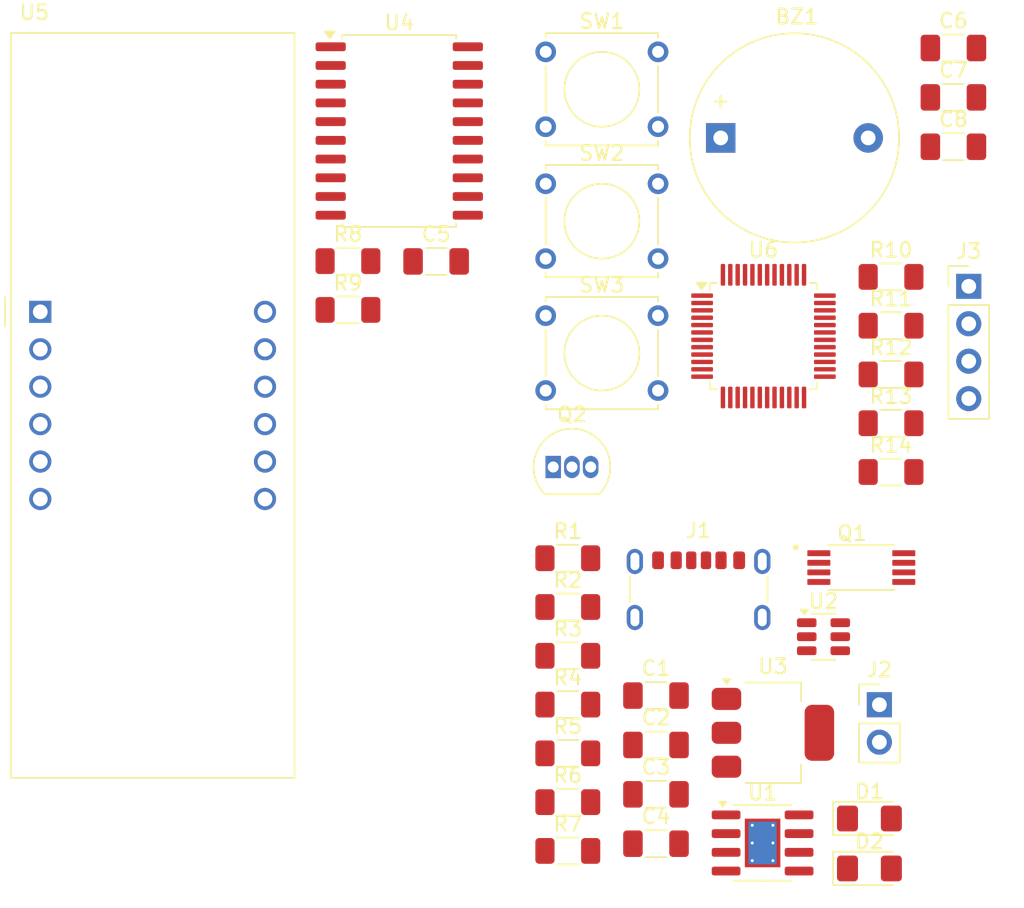
<source format=kicad_pcb>
(kicad_pcb (version 20241229) (generator "pcbnew") (generator_version "9.0")
  (layers (0 "F.Cu" signal) (2 "B.Cu" signal) (13 "F.Paste" user) (15 "B.Paste" user) (5 "F.SilkS" user "F.Silkscreen") (7 "B.SilkS" user "B.Silkscreen") (1 "F.Mask" user) (3 "B.Mask" user) (25 "Edge.Cuts" user))
  (net 0 "")
  (net 1 "PWR")
  (net 2 "DIO")
  (net 3 "CLK")
  (net 4 "Net-(U6-PB12)")
  (net 5 "Net-(U6-PB13)")
  (net 6 "Net-(U6-NRST)")
  (net 7 "Net-(U6-PC15)")
  (net 8 "Net-(Q2-B)")
  (net 9 "Net-(U1-~{CHRG})")
  (net 10 "Net-(D1-K)")
  (net 11 "Net-(U1-~{STDBY})")
  (net 12 "Net-(D2-K)")
  (net 13 "GND")
  (net 14 "Net-(U1-PROG)")
  (net 15 "Net-(U2-CS)")
  (net 16 "Net-(U2-VCC)")
  (net 17 "Net-(J2-Pin_1)")
  (net 18 "Net-(BZ1--)")
  (net 19 "Net-(U2-OD)")
  (net 21 "Net-(U2-OC)")
  (net 26 "+5V")
  (net 50 "SWDIO")
  (net 55 "SWCLK")
  (net 69 "Net-(U4-GRID2)")
  (net 70 "Net-(U4-SEG8{slash}KS8)")
  (net 71 "Net-(U4-GRID1)")
  (net 72 "Net-(U4-SEG2{slash}KS2)")
  (net 73 "Net-(U4-SEG3{slash}KS3)")
  (net 74 "Net-(U4-GRID3)")
  (net 75 "Net-(U4-SEG4{slash}KS4)")
  (net 76 "Net-(U4-SEG6{slash}KS6)")
  (net 77 "Net-(U4-SEG7{slash}KS7)")
  (net 78 "Net-(U4-SEG1{slash}KS1)")
  (net 79 "Net-(U4-GRID4)")
  (net 80 "Net-(U4-SEG5{slash}KS5)")
  (net 81 "Net-(J2-Pin_2)")
  (net 84 "Net-(J1-CC2)")
  (net 85 "Net-(J1-CC1)")
  (footprint "Resistor_SMD:R_1206_3216Metric_Pad1.30x1.75mm_HandSolder" (layer "F.Cu") (at 98.5575 82.45)
    (property "Reference" "R1" (at 0 -1.83 0) (layer "F.SilkS"))
    (property "Value" "5K1")
    (fp_line (start -0.727064 -0.91) (end 0.727064 -0.91) (stroke (width 0.12)) (layer "F.SilkS"))
    (fp_line (start -0.727064 0.91) (end 0.727064 0.91) (stroke (width 0.12)) (layer "F.SilkS"))
    (pad "1" smd roundrect (at -1.55 0) (size 1.3 1.75) (layers "F.Cu" "F.Mask" "F.Paste") (roundrect_rratio 0.192308) (net 13 "GND"))
    (pad "2" smd roundrect (at 1.55 0) (size 1.3 1.75) (layers "F.Cu" "F.Mask" "F.Paste") (roundrect_rratio 0.192308) (net 84 "Net-(J1-CC2)"))
  )
  (footprint "Package_TO_SOT_SMD:SOT-23-6" (layer "F.Cu") (at 115.8975 87.775)
    (property "Reference" "U2" (at 0 -2.4 0) (layer "F.SilkS"))
    (property "Value" "DW01A")
    (fp_line (start 0 -1.56) (end -0.8 -1.56) (stroke (width 0.12)) (layer "F.SilkS"))
    (fp_line (start 0 -1.56) (end 0.8 -1.56) (stroke (width 0.12)) (layer "F.SilkS"))
    (fp_line (start 0 1.56) (end -0.8 1.56) (stroke (width 0.12)) (layer "F.SilkS"))
    (fp_line (start 0 1.56) (end 0.8 1.56) (stroke (width 0.12)) (layer "F.SilkS"))
    (fp_poly (pts (xy -1.3 -1.51) (xy -1.54 -1.84) (xy -1.06 -1.84)) (stroke (width 0.12)) (fill yes) (layer "F.SilkS"))
    (pad "1" smd roundrect (at -1.1375 -0.95) (size 1.325 0.6) (layers "F.Cu" "F.Mask" "F.Paste") (net 19 "Net-(U2-OD)"))
    (pad "2" smd roundrect (at -1.1375 0) (size 1.325 0.6) (layers "F.Cu" "F.Mask" "F.Paste") (net 15 "Net-(U2-CS)"))
    (pad "3" smd roundrect (at -1.1375 0.95) (size 1.325 0.6) (layers "F.Cu" "F.Mask" "F.Paste") (net 21 "Net-(U2-OC)"))
    (pad "4" smd roundrect (at 1.1375 0.95) (size 1.325 0.6) (layers "F.Cu" "F.Mask" "F.Paste"))
    (pad "5" smd roundrect (at 1.1375 0) (size 1.325 0.6) (layers "F.Cu" "F.Mask" "F.Paste") (net 16 "Net-(U2-VCC)"))
    (pad "6" smd roundrect (at 1.1375 -0.95) (size 1.325 0.6) (layers "F.Cu" "F.Mask" "F.Paste") (net 13 "GND"))
  )
  (footprint "Resistor_SMD:R_1206_3216Metric_Pad1.30x1.75mm_HandSolder" (layer "F.Cu") (at 120.4775 76.6)
    (property "Reference" "R14" (at 0 -1.83 0) (layer "F.SilkS"))
    (property "Value" "4K7")
    (fp_line (start -0.727064 -0.91) (end 0.727064 -0.91) (stroke (width 0.12)) (layer "F.SilkS"))
    (fp_line (start -0.727064 0.91) (end 0.727064 0.91) (stroke (width 0.12)) (layer "F.SilkS"))
    (pad "1" smd roundrect (at -1.55 0) (size 1.3 1.75) (layers "F.Cu" "F.Mask" "F.Paste") (roundrect_rratio 0.192308) (net 4 "Net-(U6-PB12)"))
    (pad "2" smd roundrect (at 1.55 0) (size 1.3 1.75) (layers "F.Cu" "F.Mask" "F.Paste") (roundrect_rratio 0.192308) (net 1 "PWR"))
  )
  (footprint "Button_Switch_THT:SW_Tactile_Straight_KSA0Axx1LFTR" (layer "F.Cu") (at 97.0575 65.99)
    (property "Reference" "SW3" (at 3.81 -2.08 0) (layer "F.SilkS"))
    (property "Value" "FUNC_SW")
    (fp_line (start 0 -1.27) (end 0 -0.97) (stroke (width 0.12)) (layer "F.SilkS"))
    (fp_line (start 0 -1.27) (end 7.62 -1.27) (stroke (width 0.12)) (layer "F.SilkS"))
    (fp_line (start 0 0.97) (end 0 4.11) (stroke (width 0.12)) (layer "F.SilkS"))
    (fp_line (start 0 6.05) (end 0 6.35) (stroke (width 0.12)) (layer "F.SilkS"))
    (fp_line (start 7.62 -1.27) (end 7.62 -0.97) (stroke (width 0.12)) (layer "F.SilkS"))
    (fp_line (start 7.62 0.97) (end 7.62 4.11) (stroke (width 0.12)) (layer "F.SilkS"))
    (fp_line (start 7.62 6.05) (end 7.62 6.35) (stroke (width 0.12)) (layer "F.SilkS"))
    (fp_line (start 7.62 6.35) (end 0 6.35) (stroke (width 0.12)) (layer "F.SilkS"))
    (fp_circle (center 3.81 2.54) (end 3.81 0) (stroke (width 0.12)) (fill no) (layer "F.SilkS"))
    (pad "1" thru_hole circle (at 0 0) (size 1.397 1.397) (drill 0.8128) (layers "*.Cu" "*.Mask") (net 5 "Net-(U6-PB13)"))
    (pad "1" thru_hole circle (at 7.62 0) (size 1.397 1.397) (drill 0.8128) (layers "*.Cu" "*.Mask") (net 5 "Net-(U6-PB13)"))
    (pad "2" thru_hole circle (at 0 5.08) (size 1.397 1.397) (drill 0.8128) (layers "*.Cu" "*.Mask") (net 13 "GND"))
    (pad "2" thru_hole circle (at 7.62 5.08) (size 1.397 1.397) (drill 0.8128) (layers "*.Cu" "*.Mask") (net 13 "GND"))
  )
  (footprint "LED_SMD:LED_1206_3216Metric_Pad1.42x1.75mm_HandSolder" (layer "F.Cu") (at 119.0125 103.5)
    (property "Reference" "D2" (at 0 -1.83 0) (layer "F.SilkS"))
    (property "Value" "GRN")
    (fp_line (start -2.46 -1.135) (end -2.46 1.135) (stroke (width 0.12)) (layer "F.SilkS"))
    (fp_line (start -2.46 1.135) (end 1.6 1.135) (stroke (width 0.12)) (layer "F.SilkS"))
    (fp_line (start 1.6 -1.135) (end -2.46 -1.135) (stroke (width 0.12)) (layer "F.SilkS"))
    (pad "1" smd roundrect (at -1.4875 0) (size 1.425 1.75) (layers "F.Cu" "F.Mask" "F.Paste") (roundrect_rratio 0.175439) (net 12 "Net-(D2-K)"))
    (pad "2" smd roundrect (at 1.4875 0) (size 1.425 1.75) (layers "F.Cu" "F.Mask" "F.Paste") (roundrect_rratio 0.175439) (net 26 "+5V"))
  )
  (footprint "Button_Switch_THT:SW_Tactile_Straight_KSA0Axx1LFTR" (layer "F.Cu") (at 97.0575 57.04)
    (property "Reference" "SW2" (at 3.81 -2.08 0) (layer "F.SilkS"))
    (property "Value" "CTRL_SW")
    (fp_line (start 0 -1.27) (end 0 -0.97) (stroke (width 0.12)) (layer "F.SilkS"))
    (fp_line (start 0 -1.27) (end 7.62 -1.27) (stroke (width 0.12)) (layer "F.SilkS"))
    (fp_line (start 0 0.97) (end 0 4.11) (stroke (width 0.12)) (layer "F.SilkS"))
    (fp_line (start 0 6.05) (end 0 6.35) (stroke (width 0.12)) (layer "F.SilkS"))
    (fp_line (start 7.62 -1.27) (end 7.62 -0.97) (stroke (width 0.12)) (layer "F.SilkS"))
    (fp_line (start 7.62 0.97) (end 7.62 4.11) (stroke (width 0.12)) (layer "F.SilkS"))
    (fp_line (start 7.62 6.05) (end 7.62 6.35) (stroke (width 0.12)) (layer "F.SilkS"))
    (fp_line (start 7.62 6.35) (end 0 6.35) (stroke (width 0.12)) (layer "F.SilkS"))
    (fp_circle (center 3.81 2.54) (end 3.81 0) (stroke (width 0.12)) (fill no) (layer "F.SilkS"))
    (pad "1" thru_hole circle (at 0 0) (size 1.397 1.397) (drill 0.8128) (layers "*.Cu" "*.Mask") (net 4 "Net-(U6-PB12)"))
    (pad "1" thru_hole circle (at 7.62 0) (size 1.397 1.397) (drill 0.8128) (layers "*.Cu" "*.Mask") (net 4 "Net-(U6-PB12)"))
    (pad "2" thru_hole circle (at 0 5.08) (size 1.397 1.397) (drill 0.8128) (layers "*.Cu" "*.Mask") (net 13 "GND"))
    (pad "2" thru_hole circle (at 7.62 5.08) (size 1.397 1.397) (drill 0.8128) (layers "*.Cu" "*.Mask") (net 13 "GND"))
  )
  (footprint "Capacitor_SMD:C_1206_3216Metric_Pad1.33x1.80mm_HandSolder" (layer "F.Cu") (at 124.7075 51.18)
    (property "Reference" "C7" (at 0 -1.85 0) (layer "F.SilkS"))
    (property "Value" "100nF")
    (fp_line (start -0.711252 -0.91) (end 0.711252 -0.91) (stroke (width 0.12)) (layer "F.SilkS"))
    (fp_line (start -0.711252 0.91) (end 0.711252 0.91) (stroke (width 0.12)) (layer "F.SilkS"))
    (pad "1" smd roundrect (at -1.5625 0) (size 1.325 1.8) (layers "F.Cu" "F.Mask" "F.Paste") (roundrect_rratio 0.188679) (net 1 "PWR"))
    (pad "2" smd roundrect (at 1.5625 0) (size 1.325 1.8) (layers "F.Cu" "F.Mask" "F.Paste") (roundrect_rratio 0.188679) (net 13 "GND"))
  )
  (footprint "Resistor_SMD:R_1206_3216Metric_Pad1.30x1.75mm_HandSolder" (layer "F.Cu") (at 120.4775 66.67)
    (property "Reference" "R11" (at 0 -1.83 0) (layer "F.SilkS"))
    (property "Value" "4K7")
    (fp_line (start -0.727064 -0.91) (end 0.727064 -0.91) (stroke (width 0.12)) (layer "F.SilkS"))
    (fp_line (start -0.727064 0.91) (end 0.727064 0.91) (stroke (width 0.12)) (layer "F.SilkS"))
    (pad "1" smd roundrect (at -1.55 0) (size 1.3 1.75) (layers "F.Cu" "F.Mask" "F.Paste") (roundrect_rratio 0.192308) (net 7 "Net-(U6-PC15)"))
    (pad "2" smd roundrect (at 1.55 0) (size 1.3 1.75) (layers "F.Cu" "F.Mask" "F.Paste") (roundrect_rratio 0.192308) (net 1 "PWR"))
  )
  (footprint "Package_TO_SOT_SMD:SOT-223-3_TabPin2" (layer "F.Cu") (at 112.4675 94.295)
    (property "Reference" "U3" (at 0 -4.5 0) (layer "F.SilkS"))
    (property "Value" "AP2127K-3.3")
    (fp_line (start -1.85 -3.41) (end 1.91 -3.41) (stroke (width 0.12)) (layer "F.SilkS"))
    (fp_line (start -1.85 3.41) (end 1.91 3.41) (stroke (width 0.12)) (layer "F.SilkS"))
    (fp_line (start 1.91 -3.41) (end 1.91 -2.15) (stroke (width 0.12)) (layer "F.SilkS"))
    (fp_line (start 1.91 3.41) (end 1.91 2.15) (stroke (width 0.12)) (layer "F.SilkS"))
    (fp_poly (pts (xy -3.13 -3.31) (xy -3.37 -3.64) (xy -2.89 -3.64) (xy -3.13 -3.31)) (stroke (width 0.12)) (fill yes) (layer "F.SilkS"))
    (pad "1" smd roundrect (at -3.15 -2.3) (size 2 1.5) (layers "F.Cu" "F.Mask" "F.Paste") (net 17 "Net-(J2-Pin_1)"))
    (pad "2" smd roundrect (at -3.15 0) (size 2 1.5) (layers "F.Cu" "F.Mask" "F.Paste") (net 13 "GND"))
    (pad "2" smd roundrect (at 3.15 0) (size 2 3.8) (layers "F.Cu" "F.Mask" "F.Paste") (net 13 "GND"))
    (pad "3" smd roundrect (at -3.15 2.3) (size 2 1.5) (layers "F.Cu" "F.Mask" "F.Paste") (net 17 "Net-(J2-Pin_1)"))
  )
  (footprint "Button_Switch_THT:SW_Tactile_Straight_KSA0Axx1LFTR" (layer "F.Cu") (at 97.0575 48.09)
    (property "Reference" "SW1" (at 3.81 -2.08 0) (layer "F.SilkS"))
    (property "Value" "CTRL_SW")
    (fp_line (start 0 -1.27) (end 0 -0.97) (stroke (width 0.12)) (layer "F.SilkS"))
    (fp_line (start 0 -1.27) (end 7.62 -1.27) (stroke (width 0.12)) (layer "F.SilkS"))
    (fp_line (start 0 0.97) (end 0 4.11) (stroke (width 0.12)) (layer "F.SilkS"))
    (fp_line (start 0 6.05) (end 0 6.35) (stroke (width 0.12)) (layer "F.SilkS"))
    (fp_line (start 7.62 -1.27) (end 7.62 -0.97) (stroke (width 0.12)) (layer "F.SilkS"))
    (fp_line (start 7.62 0.97) (end 7.62 4.11) (stroke (width 0.12)) (layer "F.SilkS"))
    (fp_line (start 7.62 6.05) (end 7.62 6.35) (stroke (width 0.12)) (layer "F.SilkS"))
    (fp_line (start 7.62 6.35) (end 0 6.35) (stroke (width 0.12)) (layer "F.SilkS"))
    (fp_circle (center 3.81 2.54) (end 3.81 0) (stroke (width 0.12)) (fill no) (layer "F.SilkS"))
    (pad "1" thru_hole circle (at 0 0) (size 1.397 1.397) (drill 0.8128) (layers "*.Cu" "*.Mask") (net 13 "GND"))
    (pad "1" thru_hole circle (at 7.62 0) (size 1.397 1.397) (drill 0.8128) (layers "*.Cu" "*.Mask") (net 13 "GND"))
    (pad "2" thru_hole circle (at 0 5.08) (size 1.397 1.397) (drill 0.8128) (layers "*.Cu" "*.Mask") (net 6 "Net-(U6-NRST)"))
    (pad "2" thru_hole circle (at 7.62 5.08) (size 1.397 1.397) (drill 0.8128) (layers "*.Cu" "*.Mask") (net 6 "Net-(U6-NRST)"))
  )
  (footprint "Capacitor_SMD:C_1206_3216Metric_Pad1.33x1.80mm_HandSolder" (layer "F.Cu") (at 104.5375 95.12)
    (property "Reference" "C2" (at 0 -1.85 0) (layer "F.SilkS"))
    (property "Value" "10uF")
    (fp_line (start -0.711252 -0.91) (end 0.711252 -0.91) (stroke (width 0.12)) (layer "F.SilkS"))
    (fp_line (start -0.711252 0.91) (end 0.711252 0.91) (stroke (width 0.12)) (layer "F.SilkS"))
    (pad "1" smd roundrect (at -1.5625 0) (size 1.325 1.8) (layers "F.Cu" "F.Mask" "F.Paste") (roundrect_rratio 0.188679) (net 16 "Net-(U2-VCC)"))
    (pad "2" smd roundrect (at 1.5625 0) (size 1.325 1.8) (layers "F.Cu" "F.Mask" "F.Paste") (roundrect_rratio 0.188679) (net 13 "GND"))
  )
  (footprint "Connector_USB:USB_C_Receptacle_GCT_USB4125-xx-x_6P_TopMnt_Horizontal" (layer "F.Cu") (at 107.4275 85.67)
    (property "Reference" "J1" (at 0 -5.1 0) (layer "F.SilkS"))
    (property "Value" "USB_C_Receptacle_PowerOnly_6P")
    (fp_line (start -4.67 -0.25) (end -4.67 -1.95) (stroke (width 0.12)) (layer "F.SilkS"))
    (fp_line (start 4.67 -0.25) (end 4.67 -1.95) (stroke (width 0.12)) (layer "F.SilkS"))
    (pad "A5" smd roundrect (at -0.5 -3.08) (size 0.7 1.2) (layers "F.Cu" "F.Mask" "F.Paste") (net 85 "Net-(J1-CC1)"))
    (pad "A9" smd roundrect (at 1.52 -3.08 180) (size 0.76 1.2) (layers "F.Cu" "F.Mask" "F.Paste") (net 26 "+5V"))
    (pad "A12" smd roundrect (at 2.75 -3.08 180) (size 0.8 1.2) (layers "F.Cu" "F.Mask" "F.Paste") (net 13 "GND"))
    (pad "B5" smd roundrect (at 0.5 -3.08 180) (size 0.7 1.2) (layers "F.Cu" "F.Mask" "F.Paste") (net 84 "Net-(J1-CC2)"))
    (pad "B9" smd roundrect (at -1.52 -3.08) (size 0.76 1.2) (layers "F.Cu" "F.Mask" "F.Paste") (net 26 "+5V"))
    (pad "B12" smd roundrect (at -2.75 -3.08) (size 0.8 1.2) (layers "F.Cu" "F.Mask" "F.Paste") (net 13 "GND"))
    (pad "S1" thru_hole oval (at -4.32 -3) (size 1.1 1.7) (drill oval 0.6 1.2) (property pad_prop_heatsink) (layers "*.Cu" "*.Mask" "F.Paste") (net 13 "GND"))
    (pad "S1" thru_hole oval (at -4.32 0.8) (size 1.1 1.7) (drill oval 0.6 1.2) (property pad_prop_heatsink) (layers "*.Cu" "*.Mask" "F.Paste") (net 13 "GND"))
    (pad "S1" thru_hole oval (at 4.32 -3) (size 1.1 1.7) (drill oval 0.6 1.2) (property pad_prop_heatsink) (layers "*.Cu" "*.Mask" "F.Paste") (net 13 "GND"))
    (pad "S1" thru_hole oval (at 4.32 0.8) (size 1.1 1.7) (drill oval 0.6 1.2) (property pad_prop_heatsink) (layers "*.Cu" "*.Mask" "F.Paste") (net 13 "GND"))
  )
  (footprint "Package_QFP:LQFP-48_7x7mm_P0.5mm" (layer "F.Cu") (at 111.8275 67.38)
    (property "Reference" "U6" (at 0 -5.85 0) (layer "F.SilkS"))
    (property "Value" "STM32G070CBTx")
    (fp_line (start -3.61 -3.61) (end -3.61 -3.16) (stroke (width 0.12)) (layer "F.SilkS"))
    (fp_line (start -3.61 3.61) (end -3.61 3.16) (stroke (width 0.12)) (layer "F.SilkS"))
    (fp_line (start -3.16 -3.61) (end -3.61 -3.61) (stroke (width 0.12)) (layer "F.SilkS"))
    (fp_line (start -3.16 3.61) (end -3.61 3.61) (stroke (width 0.12)) (layer "F.SilkS"))
    (fp_line (start 3.16 -3.61) (end 3.61 -3.61) (stroke (width 0.12)) (layer "F.SilkS"))
    (fp_line (start 3.16 3.61) (end 3.61 3.61) (stroke (width 0.12)) (layer "F.SilkS"))
    (fp_line (start 3.61 -3.61) (end 3.61 -3.16) (stroke (width 0.12)) (layer "F.SilkS"))
    (fp_line (start 3.61 3.61) (end 3.61 3.16) (stroke (width 0.12)) (layer "F.SilkS"))
    (fp_poly (pts (xy -4.2 -3.16) (xy -4.54 -3.63) (xy -3.86 -3.63)) (stroke (width 0.12)) (fill yes) (layer "F.SilkS"))
    (pad "1" smd roundrect (at -4.1625 -2.75) (size 1.475 0.3) (layers "F.Cu" "F.Mask" "F.Paste"))
    (pad "2" smd roundrect (at -4.1625 -2.25) (size 1.475 0.3) (layers "F.Cu" "F.Mask" "F.Paste"))
    (pad "3" smd roundrect (at -4.1625 -1.75) (size 1.475 0.3) (layers "F.Cu" "F.Mask" "F.Paste") (net 7 "Net-(U6-PC15)"))
    (pad "4" smd roundrect (at -4.1625 -1.25) (size 1.475 0.3) (layers "F.Cu" "F.Mask" "F.Paste") (net 1 "PWR"))
    (pad "5" smd roundrect (at -4.1625 -0.75) (size 1.475 0.3) (layers "F.Cu" "F.Mask" "F.Paste") (net 1 "PWR"))
    (pad "6" smd roundrect (at -4.1625 -0.25) (size 1.475 0.3) (layers "F.Cu" "F.Mask" "F.Paste") (net 1 "PWR"))
    (pad "7" smd roundrect (at -4.1625 0.25) (size 1.475 0.3) (layers "F.Cu" "F.Mask" "F.Paste") (net 13 "GND"))
    (pad "8" smd roundrect (at -4.1625 0.75) (size 1.475 0.3) (layers "F.Cu" "F.Mask" "F.Paste"))
    (pad "9" smd roundrect (at -4.1625 1.25) (size 1.475 0.3) (layers "F.Cu" "F.Mask" "F.Paste"))
    (pad "10" smd roundrect (at -4.1625 1.75) (size 1.475 0.3) (layers "F.Cu" "F.Mask" "F.Paste") (net 6 "Net-(U6-NRST)"))
    (pad "11" smd roundrect (at -4.1625 2.25) (size 1.475 0.3) (layers "F.Cu" "F.Mask" "F.Paste"))
    (pad "12" smd roundrect (at -4.1625 2.75) (size 1.475 0.3) (layers "F.Cu" "F.Mask" "F.Paste"))
    (pad "13" smd roundrect (at -2.75 4.1625) (size 0.3 1.475) (layers "F.Cu" "F.Mask" "F.Paste"))
    (pad "14" smd roundrect (at -2.25 4.1625) (size 0.3 1.475) (layers "F.Cu" "F.Mask" "F.Paste"))
    (pad "15" smd roundrect (at -1.75 4.1625) (size 0.3 1.475) (layers "F.Cu" "F.Mask" "F.Paste"))
    (pad "16" smd roundrect (at -1.25 4.1625) (size 0.3 1.475) (layers "F.Cu" "F.Mask" "F.Paste"))
    (pad "17" smd roundrect (at -0.75 4.1625) (size 0.3 1.475) (layers "F.Cu" "F.Mask" "F.Paste"))
    (pad "18" smd roundrect (at -0.25 4.1625) (size 0.3 1.475) (layers "F.Cu" "F.Mask" "F.Paste"))
    (pad "19" smd roundrect (at 0.25 4.1625) (size 0.3 1.475) (layers "F.Cu" "F.Mask" "F.Paste"))
    (pad "20" smd roundrect (at 0.75 4.1625) (size 0.3 1.475) (layers "F.Cu" "F.Mask" "F.Paste"))
    (pad "21" smd roundrect (at 1.25 4.1625) (size 0.3 1.475) (layers "F.Cu" "F.Mask" "F.Paste"))
    (pad "22" smd roundrect (at 1.75 4.1625) (size 0.3 1.475) (layers "F.Cu" "F.Mask" "F.Paste"))
    (pad "23" smd roundrect (at 2.25 4.1625) (size 0.3 1.475) (layers "F.Cu" "F.Mask" "F.Paste"))
    (pad "24" smd roundrect (at 2.75 4.1625) (size 0.3 1.475) (layers "F.Cu" "F.Mask" "F.Paste") (net 4 "Net-(U6-PB12)"))
    (pad "25" smd roundrect (at 4.1625 2.75) (size 1.475 0.3) (layers "F.Cu" "F.Mask" "F.Paste") (net 5 "Net-(U6-PB13)"))
    (pad "26" smd roundrect (at 4.1625 2.25) (size 1.475 0.3) (layers "F.Cu" "F.Mask" "F.Paste") (net 3 "CLK"))
    (pad "27" smd roundrect (at 4.1625 1.75) (size 1.475 0.3) (layers "F.Cu" "F.Mask" "F.Paste") (net 2 "DIO"))
    (pad "28" smd roundrect (at 4.1625 1.25) (size 1.475 0.3) (layers "F.Cu" "F.Mask" "F.Paste"))
    (pad "29" smd roundrect (at 4.1625 0.75) (size 1.475 0.3) (layers "F.Cu" "F.Mask" "F.Paste"))
    (pad "30" smd roundrect (at 4.1625 0.25) (size 1.475 0.3) (layers "F.Cu" "F.Mask" "F.Paste"))
    (pad "31" smd roundrect (at 4.1625 -0.25) (size 1.475 0.3) (layers "F.Cu" "F.Mask" "F.Paste"))
    (pad "32" smd roundrect (at 4.1625 -0.75) (size 1.475 0.3) (layers "F.Cu" "F.Mask" "F.Paste"))
    (pad "33" smd roundrect (at 4.1625 -1.25) (size 1.475 0.3) (layers "F.Cu" "F.Mask" "F.Paste"))
    (pad "34" smd roundrect (at 4.1625 -1.75) (size 1.475 0.3) (layers "F.Cu" "F.Mask" "F.Paste"))
    (pad "35" smd roundrect (at 4.1625 -2.25) (size 1.475 0.3) (layers "F.Cu" "F.Mask" "F.Paste") (net 50 "SWDIO"))
    (pad "36" smd roundrect (at 4.1625 -2.75) (size 1.475 0.3) (layers "F.Cu" "F.Mask" "F.Paste") (net 55 "SWCLK"))
    (pad "37" smd roundrect (at 2.75 -4.1625) (size 0.3 1.475) (layers "F.Cu" "F.Mask" "F.Paste"))
    (pad "38" smd roundrect (at 2.25 -4.1625) (size 0.3 1.475) (layers "F.Cu" "F.Mask" "F.Paste"))
    (pad "39" smd roundrect (at 1.75 -4.1625) (size 0.3 1.475) (layers "F.Cu" "F.Mask" "F.Paste"))
    (pad "40" smd roundrect (at 1.25 -4.1625) (size 0.3 1.475) (layers "F.Cu" "F.Mask" "F.Paste"))
    (pad "41" smd roundrect (at 0.75 -4.1625) (size 0.3 1.475) (layers "F.Cu" "F.Mask" "F.Paste"))
    (pad "42" smd roundrect (at 0.25 -4.1625) (size 0.3 1.475) (layers "F.Cu" "F.Mask" "F.Paste"))
    (pad "43" smd roundrect (at -0.25 -4.1625) (size 0.3 1.475) (layers "F.Cu" "F.Mask" "F.Paste"))
    (pad "44" smd roundrect (at -0.75 -4.1625) (size 0.3 1.475) (layers "F.Cu" "F.Mask" "F.Paste"))
    (pad "45" smd roundrect (at -1.25 -4.1625) (size 0.3 1.475) (layers "F.Cu" "F.Mask" "F.Paste"))
    (pad "46" smd roundrect (at -1.75 -4.1625) (size 0.3 1.475) (layers "F.Cu" "F.Mask" "F.Paste"))
    (pad "47" smd roundrect (at -2.25 -4.1625) (size 0.3 1.475) (layers "F.Cu" "F.Mask" "F.Paste"))
    (pad "48" smd roundrect (at -2.75 -4.1625) (size 0.3 1.475) (layers "F.Cu" "F.Mask" "F.Paste"))
  )
  (footprint "Package_SO:SOIC-8-1EP_3.9x4.9mm_P1.27mm_EP2.41x3.3mm_ThermalVias" (layer "F.Cu") (at 111.7675 101.77)
    (property "Reference" "U1" (at 0 -3.4 0) (layer "F.SilkS"))
    (property "Value" "TP4056-42-ESOP8")
    (fp_line (start 0 -2.56) (end -1.95 -2.56) (stroke (width 0.12)) (layer "F.SilkS"))
    (fp_line (start 0 -2.56) (end 1.95 -2.56) (stroke (width 0.12)) (layer "F.SilkS"))
    (fp_line (start 0 2.56) (end -1.95 2.56) (stroke (width 0.12)) (layer "F.SilkS"))
    (fp_line (start 0 2.56) (end 1.95 2.56) (stroke (width 0.12)) (layer "F.SilkS"))
    (fp_poly (pts (xy -2.7 -2.465) (xy -2.94 -2.795) (xy -2.46 -2.795)) (stroke (width 0.12)) (fill yes) (layer "F.SilkS"))
    (pad "1" smd roundrect (at -2.475 -1.905) (size 1.95 0.6) (layers "F.Cu" "F.Mask" "F.Paste") (net 13 "GND"))
    (pad "2" smd roundrect (at -2.475 -0.635) (size 1.95 0.6) (layers "F.Cu" "F.Mask" "F.Paste") (net 14 "Net-(U1-PROG)"))
    (pad "3" smd roundrect (at -2.475 0.635) (size 1.95 0.6) (layers "F.Cu" "F.Mask" "F.Paste") (net 13 "GND"))
    (pad "4" smd roundrect (at -2.475 1.905) (size 1.95 0.6) (layers "F.Cu" "F.Mask" "F.Paste") (net 26 "+5V"))
    (pad "5" smd roundrect (at 2.475 1.905) (size 1.95 0.6) (layers "F.Cu" "F.Mask" "F.Paste") (net 17 "Net-(J2-Pin_1)"))
    (pad "6" smd roundrect (at 2.475 0.635) (size 1.95 0.6) (layers "F.Cu" "F.Mask" "F.Paste") (net 11 "Net-(U1-~{STDBY})"))
    (pad "7" smd roundrect (at 2.475 -0.635) (size 1.95 0.6) (layers "F.Cu" "F.Mask" "F.Paste") (net 9 "Net-(U1-~{CHRG})"))
    (pad "8" smd roundrect (at 2.475 -1.905) (size 1.95 0.6) (layers "F.Cu" "F.Mask" "F.Paste") (net 26 "+5V"))
    (pad "9" thru_hole circle (at -0.7 -1.2) (size 0.5 0.5) (drill 0.2) (property pad_prop_heatsink) (layers "*.Cu"))
    (pad "9" thru_hole circle (at -0.7 0) (size 0.5 0.5) (drill 0.2) (property pad_prop_heatsink) (layers "*.Cu"))
    (pad "9" thru_hole circle (at -0.7 1.2) (size 0.5 0.5) (drill 0.2) (property pad_prop_heatsink) (layers "*.Cu"))
    (pad "9" smd rect (at 0 0) (size 1.9 2.9) (property pad_prop_heatsink) (layers "B.Cu"))
    (pad "9" smd rect (at 0 0) (size 2.41 3.3) (property pad_prop_heatsink) (layers "F.Cu" "F.Mask"))
    (pad "9" thru_hole circle (at 0.7 -1.2) (size 0.5 0.5) (drill 0.2) (property pad_prop_heatsink) (layers "*.Cu"))
    (pad "9" thru_hole circle (at 0.7 0) (size 0.5 0.5) (drill 0.2) (property pad_prop_heatsink) (layers "*.Cu"))
    (pad "9" thru_hole circle (at 0.7 1.2) (size 0.5 0.5) (drill 0.2) (property pad_prop_heatsink) (layers "*.Cu"))
  )
  (footprint "Capacitor_SMD:C_1206_3216Metric_Pad1.33x1.80mm_HandSolder" (layer "F.Cu") (at 104.5375 98.47)
    (property "Reference" "C3" (at 0 -1.85 0) (layer "F.SilkS"))
    (property "Value" "100nF")
    (fp_line (start -0.711252 -0.91) (end 0.711252 -0.91) (stroke (width 0.12)) (layer "F.SilkS"))
    (fp_line (start -0.711252 0.91) (end 0.711252 0.91) (stroke (width 0.12)) (layer "F.SilkS"))
    (pad "1" smd roundrect (at -1.5625 0) (size 1.325 1.8) (layers "F.Cu" "F.Mask" "F.Paste") (roundrect_rratio 0.188679) (net 17 "Net-(J2-Pin_1)"))
    (pad "2" smd roundrect (at 1.5625 0) (size 1.325 1.8) (layers "F.Cu" "F.Mask" "F.Paste") (roundrect_rratio 0.188679) (net 13 "GND"))
  )
  (footprint "Capacitor_SMD:C_1206_3216Metric_Pad1.33x1.80mm_HandSolder" (layer "F.Cu") (at 89.6275 62.31)
    (property "Reference" "C5" (at 0 -1.85 0) (layer "F.SilkS"))
    (property "Value" "100nF")
    (fp_line (start -0.711252 -0.91) (end 0.711252 -0.91) (stroke (width 0.12)) (layer "F.SilkS"))
    (fp_line (start -0.711252 0.91) (end 0.711252 0.91) (stroke (width 0.12)) (layer "F.SilkS"))
    (pad "1" smd roundrect (at -1.5625 0) (size 1.325 1.8) (layers "F.Cu" "F.Mask" "F.Paste") (roundrect_rratio 0.188679) (net 1 "PWR"))
    (pad "2" smd roundrect (at 1.5625 0) (size 1.325 1.8) (layers "F.Cu" "F.Mask" "F.Paste") (roundrect_rratio 0.188679) (net 13 "GND"))
  )
  (footprint "Resistor_SMD:R_1206_3216Metric_Pad1.30x1.75mm_HandSolder" (layer "F.Cu") (at 98.5575 99)
    (property "Reference" "R6" (at 0 -1.83 0) (layer "F.SilkS"))
    (property "Value" "1K")
    (fp_line (start -0.727064 -0.91) (end 0.727064 -0.91) (stroke (width 0.12)) (layer "F.SilkS"))
    (fp_line (start -0.727064 0.91) (end 0.727064 0.91) (stroke (width 0.12)) (layer "F.SilkS"))
    (pad "1" smd roundrect (at -1.55 0) (size 1.3 1.75) (layers "F.Cu" "F.Mask" "F.Paste") (roundrect_rratio 0.192308) (net 13 "GND"))
    (pad "2" smd roundrect (at 1.55 0) (size 1.3 1.75) (layers "F.Cu" "F.Mask" "F.Paste") (roundrect_rratio 0.192308) (net 15 "Net-(U2-CS)"))
  )
  (footprint "Capacitor_SMD:C_1206_3216Metric_Pad1.33x1.80mm_HandSolder" (layer "F.Cu") (at 104.5375 91.77)
    (property "Reference" "C1" (at 0 -1.85 0) (layer "F.SilkS"))
    (property "Value" "100nF")
    (fp_line (start -0.711252 -0.91) (end 0.711252 -0.91) (stroke (width 0.12)) (layer "F.SilkS"))
    (fp_line (start -0.711252 0.91) (end 0.711252 0.91) (stroke (width 0.12)) (layer "F.SilkS"))
    (pad "1" smd roundrect (at -1.5625 0) (size 1.325 1.8) (layers "F.Cu" "F.Mask" "F.Paste") (roundrect_rratio 0.188679) (net 26 "+5V"))
    (pad "2" smd roundrect (at 1.5625 0) (size 1.325 1.8) (layers "F.Cu" "F.Mask" "F.Paste") (roundrect_rratio 0.188679) (net 13 "GND"))
  )
  (footprint "Buzzer_Beeper:Buzzer_D14mm_H7mm_P10mm" (layer "F.Cu") (at 108.9275 53.93)
    (property "Reference" "BZ1" (at 5.16 -8.23 0) (layer "F.SilkS"))
    (property "Value" "Buzzer")
    (fp_circle (center 5 0) (end 12.1 0) (stroke (width 0.12)) (fill no) (layer "F.SilkS"))
    (fp_text user "+" (at -0.01 -2.54 0) (layer "F.SilkS"))
    (pad "1" thru_hole rect (at 0 0) (size 2 2) (drill 1) (layers "*.Cu" "*.Mask") (net 1 "PWR"))
    (pad "2" thru_hole circle (at 10 0) (size 2 2) (drill 1) (layers "*.Cu" "*.Mask") (net 18 "Net-(BZ1--)"))
  )
  (footprint "Resistor_SMD:R_1206_3216Metric_Pad1.30x1.75mm_HandSolder" (layer "F.Cu") (at 98.5575 95.69)
    (property "Reference" "R5" (at 0 -1.83 0) (layer "F.SilkS"))
    (property "Value" "1K2")
    (fp_line (start -0.727064 -0.91) (end 0.727064 -0.91) (stroke (width 0.12)) (layer "F.SilkS"))
    (fp_line (start -0.727064 0.91) (end 0.727064 0.91) (stroke (width 0.12)) (layer "F.SilkS"))
    (pad "1" smd roundrect (at -1.55 0) (size 1.3 1.75) (layers "F.Cu" "F.Mask" "F.Paste") (roundrect_rratio 0.192308) (net 13 "GND"))
    (pad "2" smd roundrect (at 1.55 0) (size 1.3 1.75) (layers "F.Cu" "F.Mask" "F.Paste") (roundrect_rratio 0.192308) (net 14 "Net-(U1-PROG)"))
  )
  (footprint "Resistor_SMD:R_1206_3216Metric_Pad1.30x1.75mm_HandSolder" (layer "F.Cu") (at 98.5575 102.31)
    (property "Reference" "R7" (at 0 -1.83 0) (layer "F.SilkS"))
    (property "Value" "100")
    (fp_line (start -0.727064 -0.91) (end 0.727064 -0.91) (stroke (width 0.12)) (layer "F.SilkS"))
    (fp_line (start -0.727064 0.91) (end 0.727064 0.91) (stroke (width 0.12)) (layer "F.SilkS"))
    (pad "1" smd roundrect (at -1.55 0) (size 1.3 1.75) (layers "F.Cu" "F.Mask" "F.Paste") (roundrect_rratio 0.192308) (net 17 "Net-(J2-Pin_1)"))
    (pad "2" smd roundrect (at 1.55 0) (size 1.3 1.75) (layers "F.Cu" "F.Mask" "F.Paste") (roundrect_rratio 0.192308) (net 16 "Net-(U2-VCC)"))
  )
  (footprint "Resistor_SMD:R_1206_3216Metric_Pad1.30x1.75mm_HandSolder" (layer "F.Cu") (at 83.6475 62.29)
    (property "Reference" "R8" (at 0 -1.83 0) (layer "F.SilkS"))
    (property "Value" "4K7")
    (fp_line (start -0.727064 -0.91) (end 0.727064 -0.91) (stroke (width 0.12)) (layer "F.SilkS"))
    (fp_line (start -0.727064 0.91) (end 0.727064 0.91) (stroke (width 0.12)) (layer "F.SilkS"))
    (pad "1" smd roundrect (at -1.55 0) (size 1.3 1.75) (layers "F.Cu" "F.Mask" "F.Paste") (roundrect_rratio 0.192308) (net 1 "PWR"))
    (pad "2" smd roundrect (at 1.55 0) (size 1.3 1.75) (layers "F.Cu" "F.Mask" "F.Paste") (roundrect_rratio 0.192308) (net 2 "DIO"))
  )
  (footprint "Capacitor_SMD:C_1206_3216Metric_Pad1.33x1.80mm_HandSolder" (layer "F.Cu") (at 124.7075 47.83)
    (property "Reference" "C6" (at 0 -1.85 0) (layer "F.SilkS"))
    (property "Value" "100nF")
    (fp_line (start -0.711252 -0.91) (end 0.711252 -0.91) (stroke (width 0.12)) (layer "F.SilkS"))
    (fp_line (start -0.711252 0.91) (end 0.711252 0.91) (stroke (width 0.12)) (layer "F.SilkS"))
    (pad "1" smd roundrect (at -1.5625 0) (size 1.325 1.8) (layers "F.Cu" "F.Mask" "F.Paste") (roundrect_rratio 0.188679) (net 1 "PWR"))
    (pad "2" smd roundrect (at 1.5625 0) (size 1.325 1.8) (layers "F.Cu" "F.Mask" "F.Paste") (roundrect_rratio 0.188679) (net 13 "GND"))
  )
  (footprint "Connector_PinHeader_2.54mm:PinHeader_1x04_P2.54mm_Vertical" (layer "F.Cu") (at 125.7475 64)
    (property "Reference" "J3" (at 0 -2.38 0) (layer "F.SilkS"))
    (property "Value" "Prog_Port")
    (fp_line (start -1.38 -1.38) (end 0 -1.38) (stroke (width 0.12)) (layer "F.SilkS"))
    (fp_line (start -1.38 0) (end -1.38 -1.38) (stroke (width 0.12)) (layer "F.SilkS"))
    (fp_line (start -1.38 1.27) (end -1.38 9) (stroke (width 0.12)) (layer "F.SilkS"))
    (fp_line (start -1.38 1.27) (end 1.38 1.27) (stroke (width 0.12)) (layer "F.SilkS"))
    (fp_line (start -1.38 9) (end 1.38 9) (stroke (width 0.12)) (layer "F.SilkS"))
    (fp_line (start 1.38 1.27) (end 1.38 9) (stroke (width 0.12)) (layer "F.SilkS"))
    (pad "1" thru_hole rect (at 0 0) (size 1.7 1.7) (drill 1) (layers "*.Cu" "*.Mask") (net 55 "SWCLK"))
    (pad "2" thru_hole circle (at 0 2.54) (size 1.7 1.7) (drill 1) (layers "*.Cu" "*.Mask") (net 50 "SWDIO"))
    (pad "3" thru_hole circle (at 0 5.08) (size 1.7 1.7) (drill 1) (layers "*.Cu" "*.Mask") (net 1 "PWR"))
    (pad "4" thru_hole circle (at 0 7.62) (size 1.7 1.7) (drill 1) (layers "*.Cu" "*.Mask") (net 13 "GND"))
  )
  (footprint "Package_TO_SOT_THT:TO-92_Inline" (layer "F.Cu") (at 97.5675 76.26)
    (property "Reference" "Q2" (at 1.27 -3.56 0) (layer "F.SilkS"))
    (property "Value" "BC516")
    (fp_line (start -0.53 1.85) (end 3.07 1.85) (stroke (width 0.12)) (layer "F.SilkS"))
    (fp_arc (start -0.568478 1.838478) (mid -1.132087 -0.994977) (end 1.27 -2.6) (stroke (width 0.12)) (layer "F.SilkS"))
    (fp_arc (start 1.27 -2.6) (mid 3.672087 -0.994977) (end 3.108478 1.838478) (stroke (width 0.12)) (layer "F.SilkS"))
    (pad "1" thru_hole rect (at 0 0) (size 1.05 1.5) (drill 0.75) (layers "*.Cu" "*.Mask") (net 18 "Net-(BZ1--)"))
    (pad "2" thru_hole oval (at 1.27 0) (size 1.05 1.5) (drill 0.75) (layers "*.Cu" "*.Mask") (net 8 "Net-(Q2-B)"))
    (pad "3" thru_hole oval (at 2.54 0) (size 1.05 1.5) (drill 0.75) (layers "*.Cu" "*.Mask") (net 13 "GND"))
  )
  (footprint "Resistor_SMD:R_1206_3216Metric_Pad1.30x1.75mm_HandSolder" (layer "F.Cu") (at 120.4775 69.98)
    (property "Reference" "R12" (at 0 -1.83 0) (layer "F.SilkS"))
    (property "Value" "4K7")
    (fp_line (start -0.727064 -0.91) (end 0.727064 -0.91) (stroke (width 0.12)) (layer "F.SilkS"))
    (fp_line (start -0.727064 0.91) (end 0.727064 0.91) (stroke (width 0.12)) (layer "F.SilkS"))
    (pad "1" smd roundrect (at -1.55 0) (size 1.3 1.75) (layers "F.Cu" "F.Mask" "F.Paste") (roundrect_rratio 0.192308) (net 6 "Net-(U6-NRST)"))
    (pad "2" smd roundrect (at 1.55 0) (size 1.3 1.75) (layers "F.Cu" "F.Mask" "F.Paste") (roundrect_rratio 0.192308) (net 1 "PWR"))
  )
  (footprint "LED_SMD:LED_1206_3216Metric_Pad1.42x1.75mm_HandSolder" (layer "F.Cu") (at 119.0125 100.11)
    (property "Reference" "D1" (at 0 -1.83 0) (layer "F.SilkS"))
    (property "Value" "RED")
    (fp_line (start -2.46 -1.135) (end -2.46 1.135) (stroke (width 0.12)) (layer "F.SilkS"))
    (fp_line (start -2.46 1.135) (end 1.6 1.135) (stroke (width 0.12)) (layer "F.SilkS"))
    (fp_line (start 1.6 -1.135) (end -2.46 -1.135) (stroke (width 0.12)) (layer "F.SilkS"))
    (pad "1" smd roundrect (at -1.4875 0) (size 1.425 1.75) (layers "F.Cu" "F.Mask" "F.Paste") (roundrect_rratio 0.175439) (net 10 "Net-(D1-K)"))
    (pad "2" smd roundrect (at 1.4875 0) (size 1.425 1.75) (layers "F.Cu" "F.Mask" "F.Paste") (roundrect_rratio 0.175439) (net 26 "+5V"))
  )
  (footprint "Resistor_SMD:R_1206_3216Metric_Pad1.30x1.75mm_HandSolder" (layer "F.Cu") (at 83.6475 65.6)
    (property "Reference" "R9" (at 0 -1.83 0) (layer "F.SilkS"))
    (property "Value" "4K7")
    (fp_line (start -0.727064 -0.91) (end 0.727064 -0.91) (stroke (width 0.12)) (layer "F.SilkS"))
    (fp_line (start -0.727064 0.91) (end 0.727064 0.91) (stroke (width 0.12)) (layer "F.SilkS"))
    (pad "1" smd roundrect (at -1.55 0) (size 1.3 1.75) (layers "F.Cu" "F.Mask" "F.Paste") (roundrect_rratio 0.192308) (net 1 "PWR"))
    (pad "2" smd roundrect (at 1.55 0) (size 1.3 1.75) (layers "F.Cu" "F.Mask" "F.Paste") (roundrect_rratio 0.192308) (net 3 "CLK"))
  )
  (footprint "Display_7Segment:CA56-12EWA" (layer "F.Cu") (at 62.7825 65.73)
    (property "Reference" "U5" (at -0.4 -20.31 0) (layer "F.SilkS"))
    (property "Value" "CC56-12EWA")
    (fp_line (start -2.38 -1) (end -2.38 1) (stroke (width 0.12)) (layer "F.SilkS"))
    (fp_line (start -2 -18.92) (end -2 31.62) (stroke (width 0.12)) (layer "F.SilkS"))
    (fp_line (start -2 -18.92) (end 17.24 -18.92) (stroke (width 0.12)) (layer "F.SilkS"))
    (fp_line (start -2 31.62) (end 17.24 31.62) (stroke (width 0.12)) (layer "F.SilkS"))
    (fp_line (start 17.24 31.62) (end 17.24 -18.92) (stroke (width 0.12)) (layer "F.SilkS"))
    (pad "1" thru_hole rect (at 0 0) (size 1.5 1.5) (drill 1) (layers "*.Cu" "*.Mask") (net 80 "Net-(U4-SEG5{slash}KS5)"))
    (pad "2" thru_hole circle (at 0 2.54) (size 1.5 1.5) (drill 1) (layers "*.Cu" "*.Mask") (net 75 "Net-(U4-SEG4{slash}KS4)"))
    (pad "3" thru_hole circle (at 0 5.08) (size 1.5 1.5) (drill 1) (layers "*.Cu" "*.Mask") (net 70 "Net-(U4-SEG8{slash}KS8)"))
    (pad "4" thru_hole circle (at 0 7.62) (size 1.5 1.5) (drill 1) (layers "*.Cu" "*.Mask") (net 73 "Net-(U4-SEG3{slash}KS3)"))
    (pad "5" thru_hole circle (at 0 10.16) (size 1.5 1.5) (drill 1) (layers "*.Cu" "*.Mask") (net 77 "Net-(U4-SEG7{slash}KS7)"))
    (pad "6" thru_hole circle (at 0 12.7) (size 1.5 1.5) (drill 1) (layers "*.Cu" "*.Mask") (net 79 "Net-(U4-GRID4)"))
    (pad "7" thru_hole circle (at 15.24 12.7) (size 1.5 1.5) (drill 1) (layers "*.Cu" "*.Mask") (net 72 "Net-(U4-SEG2{slash}KS2)"))
    (pad "8" thru_hole circle (at 15.24 10.16) (size 1.5 1.5) (drill 1) (layers "*.Cu" "*.Mask") (net 74 "Net-(U4-GRID3)"))
    (pad "9" thru_hole circle (at 15.24 7.62) (size 1.5 1.5) (drill 1) (layers "*.Cu" "*.Mask") (net 69 "Net-(U4-GRID2)"))
    (pad "10" thru_hole circle (at 15.24 5.08) (size 1.5 1.5) (drill 1) (layers "*.Cu" "*.Mask") (net 76 "Net-(U4-SEG6{slash}KS6)"))
    (pad "11" thru_hole circle (at 15.24 2.54) (size 1.5 1.5) (drill 1) (layers "*.Cu" "*.Mask") (net 78 "Net-(U4-SEG1{slash}KS1)"))
    (pad "12" thru_hole circle (at 15.24 0) (size 1.5 1.5) (drill 1) (layers "*.Cu" "*.Mask") (net 71 "Net-(U4-GRID1)"))
  )
  (footprint "Resistor_SMD:R_1206_3216Metric_Pad1.30x1.75mm_HandSolder" (layer "F.Cu") (at 98.5575 85.76)
    (property "Reference" "R2" (at 0 -1.83 0) (layer "F.SilkS"))
    (property "Value" "5K1")
    (fp_line (start -0.727064 -0.91) (end 0.727064 -0.91) (stroke (width 0.12)) (layer "F.SilkS"))
    (fp_line (start -0.727064 0.91) (end 0.727064 0.91) (stroke (width 0.12)) (layer "F.SilkS"))
    (pad "1" smd roundrect (at -1.55 0) (size 1.3 1.75) (layers "F.Cu" "F.Mask" "F.Paste") (roundrect_rratio 0.192308) (net 13 "GND"))
    (pad "2" smd roundrect (at 1.55 0) (size 1.3 1.75) (layers "F.Cu" "F.Mask" "F.Paste") (roundrect_rratio 0.192308) (net 85 "Net-(J1-CC1)"))
  )
  (footprint "Resistor_SMD:R_1206_3216Metric_Pad1.30x1.75mm_HandSolder" (layer "F.Cu") (at 120.4775 63.36)
    (property "Reference" "R10" (at 0 -1.83 0) (layer "F.SilkS"))
    (property "Value" "1K")
    (fp_line (start -0.727064 -0.91) (end 0.727064 -0.91) (stroke (width 0.12)) (layer "F.SilkS"))
    (fp_line (start -0.727064 0.91) (end 0.727064 0.91) (stroke (width 0.12)) (layer "F.SilkS"))
    (pad "1" smd roundrect (at -1.55 0) (size 1.3 1.75) (layers "F.Cu" "F.Mask" "F.Paste") (roundrect_rratio 0.192308) (net 7 "Net-(U6-PC15)"))
    (pad "2" smd roundrect (at 1.55 0) (size 1.3 1.75) (layers "F.Cu" "F.Mask" "F.Paste") (roundrect_rratio 0.192308) (net 8 "Net-(Q2-B)"))
  )
  (footprint "Resistor_SMD:R_1206_3216Metric_Pad1.30x1.75mm_HandSolder" (layer "F.Cu") (at 98.5575 89.07)
    (property "Reference" "R3" (at 0 -1.83 0) (layer "F.SilkS"))
    (property "Value" "1K")
    (fp_line (start -0.727064 -0.91) (end 0.727064 -0.91) (stroke (width 0.12)) (layer "F.SilkS"))
    (fp_line (start -0.727064 0.91) (end 0.727064 0.91) (stroke (width 0.12)) (layer "F.SilkS"))
    (pad "1" smd roundrect (at -1.55 0) (size 1.3 1.75) (layers "F.Cu" "F.Mask" "F.Paste") (roundrect_rratio 0.192308) (net 10 "Net-(D1-K)"))
    (pad "2" smd roundrect (at 1.55 0) (size 1.3 1.75) (layers "F.Cu" "F.Mask" "F.Paste") (roundrect_rratio 0.192308) (net 9 "Net-(U1-~{CHRG})"))
  )
  (footprint "Package_SO:SOIC-20W_7.5x12.8mm_P1.27mm" (layer "F.Cu") (at 87.1275 53.46)
    (property "Reference" "U4" (at 0 -7.35 0) (layer "F.SilkS"))
    (property "Value" "TM1637")
    (fp_line (start -3.86 -6.51) (end -3.86 -6.275) (stroke (width 0.12)) (layer "F.SilkS"))
    (fp_line (start -3.86 6.51) (end -3.86 6.275) (stroke (width 0.12)) (layer "F.SilkS"))
    (fp_line (start 0 -6.51) (end -3.86 -6.51) (stroke (width 0.12)) (layer "F.SilkS"))
    (fp_line (start 0 -6.51) (end 3.86 -6.51) (stroke (width 0.12)) (layer "F.SilkS"))
    (fp_line (start 0 6.51) (end -3.86 6.51) (stroke (width 0.12)) (layer "F.SilkS"))
    (fp_line (start 0 6.51) (end 3.86 6.51) (stroke (width 0.12)) (layer "F.SilkS"))
    (fp_line (start 3.86 -6.51) (end 3.86 -6.275) (stroke (width 0.12)) (layer "F.SilkS"))
    (fp_line (start 3.86 6.51) (end 3.86 6.275) (stroke (width 0.12)) (layer "F.SilkS"))
    (fp_poly (pts (xy -4.7125 -6.275) (xy -5.0525 -6.745) (xy -4.3725 -6.745)) (stroke (width 0.12)) (fill yes) (layer "F.SilkS"))
    (pad "1" smd roundrect (at -4.65 -5.715) (size 2.05 0.6) (layers "F.Cu" "F.Mask" "F.Paste") (net 13 "GND"))
    (pad "2" smd roundrect (at -4.65 -4.445) (size 2.05 0.6) (layers "F.Cu" "F.Mask" "F.Paste") (net 78 "Net-(U4-SEG1{slash}KS1)"))
    (pad "3" smd roundrect (at -4.65 -3.175) (size 2.05 0.6) (layers "F.Cu" "F.Mask" "F.Paste") (net 72 "Net-(U4-SEG2{slash}KS2)"))
    (pad "4" smd roundrect (at -4.65 -1.905) (size 2.05 0.6) (layers "F.Cu" "F.Mask" "F.Paste") (net 73 "Net-(U4-SEG3{slash}KS3)"))
    (pad "5" smd roundrect (at -4.65 -0.635) (size 2.05 0.6) (layers "F.Cu" "F.Mask" "F.Paste") (net 75 "Net-(U4-SEG4{slash}KS4)"))
    (pad "6" smd roundrect (at -4.65 0.635) (size 2.05 0.6) (layers "F.Cu" "F.Mask" "F.Paste") (net 80 "Net-(U4-SEG5{slash}KS5)"))
    (pad "7" smd roundrect (at -4.65 1.905) (size 2.05 0.6) (layers "F.Cu" "F.Mask" "F.Paste") (net 76 "Net-(U4-SEG6{slash}KS6)"))
    (pad "8" smd roundrect (at -4.65 3.175) (size 2.05 0.6) (layers "F.Cu" "F.Mask" "F.Paste") (net 77 "Net-(U4-SEG7{slash}KS7)"))
    (pad "9" smd roundrect (at -4.65 4.445) (size 2.05 0.6) (layers "F.Cu" "F.Mask" "F.Paste") (net 70 "Net-(U4-SEG8{slash}KS8)"))
    (pad "10" smd roundrect (at -4.65 5.715) (size 2.05 0.6) (layers "F.Cu" "F.Mask" "F.Paste"))
    (pad "11" smd roundrect (at 4.65 5.715) (size 2.05 0.6) (layers "F.Cu" "F.Mask" "F.Paste"))
    (pad "12" smd roundrect (at 4.65 4.445) (size 2.05 0.6) (layers "F.Cu" "F.Mask" "F.Paste") (net 79 "Net-(U4-GRID4)"))
    (pad "13" smd roundrect (at 4.65 3.175) (size 2.05 0.6) (layers "F.Cu" "F.Mask" "F.Paste") (net 74 "Net-(U4-GRID3)"))
    (pad "14" smd roundrect (at 4.65 1.905) (size 2.05 0.6) (layers "F.Cu" "F.Mask" "F.Paste") (net 69 "Net-(U4-GRID2)"))
    (pad "15" smd roundrect (at 4.65 0.635) (size 2.05 0.6) (layers "F.Cu" "F.Mask" "F.Paste") (net 71 "Net-(U4-GRID1)"))
    (pad "16" smd roundrect (at 4.65 -0.635) (size 2.05 0.6) (layers "F.Cu" "F.Mask" "F.Paste") (net 1 "PWR"))
    (pad "17" smd roundrect (at 4.65 -1.905) (size 2.05 0.6) (layers "F.Cu" "F.Mask" "F.Paste") (net 2 "DIO"))
    (pad "18" smd roundrect (at 4.65 -3.175) (size 2.05 0.6) (layers "F.Cu" "F.Mask" "F.Paste") (net 3 "CLK"))
    (pad "19" smd roundrect (at 4.65 -4.445) (size 2.05 0.6) (layers "F.Cu" "F.Mask" "F.Paste"))
    (pad "20" smd roundrect (at 4.65 -5.715) (size 2.05 0.6) (layers "F.Cu" "F.Mask" "F.Paste"))
  )
  (footprint "Connector_PinHeader_2.54mm:PinHeader_1x02_P2.54mm_Vertical" (layer "F.Cu") (at 119.6875 92.39)
    (property "Reference" "J2" (at 0 -2.38 0) (layer "F.SilkS"))
    (property "Value" "Battery")
    (fp_line (start -1.38 -1.38) (end 0 -1.38) (stroke (width 0.12)) (layer "F.SilkS"))
    (fp_line (start -1.38 0) (end -1.38 -1.38) (stroke (width 0.12)) (layer "F.SilkS"))
    (fp_line (start -1.38 1.27) (end -1.38 3.92) (stroke (width 0.12)) (layer "F.SilkS"))
    (fp_line (start -1.38 1.27) (end 1.38 1.27) (stroke (width 0.12)) (layer "F.SilkS"))
    (fp_line (start -1.38 3.92) (end 1.38 3.92) (stroke (width 0.12)) (layer "F.SilkS"))
    (fp_line (start 1.38 1.27) (end 1.38 3.92) (stroke (width 0.12)) (layer "F.SilkS"))
    (pad "1" thru_hole rect (at 0 0) (size 1.7 1.7) (drill 1) (layers "*.Cu" "*.Mask") (net 17 "Net-(J2-Pin_1)"))
    (pad "2" thru_hole circle (at 0 2.54) (size 1.7 1.7) (drill 1) (layers "*.Cu" "*.Mask") (net 81 "Net-(J2-Pin_2)"))
  )
  (footprint "SOP65P640X120:SOP65P640X120-8N" (layer "F.Cu") (at 118.4625 83.085)
    (property "Reference" "Q1" (at -0.635 -2.327 0) (layer "F.SilkS"))
    (property "Value" "FS8205A")
    (fp_line (start -2.25 -1.515) (end 2.25 -1.515) (stroke (width 0.127)) (layer "F.SilkS"))
    (fp_line (start -2.25 1.515) (end 2.25 1.515) (stroke (width 0.127)) (layer "F.SilkS"))
    (fp_circle (center -4.44 -1.375) (end -4.34 -1.375) (stroke (width 0.2)) (fill no) (layer "F.SilkS"))
    (pad "1" smd roundrect (at -2.88 -0.975) (size 1.56 0.4) (layers "F.Cu" "F.Mask" "F.Paste") (roundrect_rratio 0.125))
    (pad "2" smd roundrect (at -2.88 -0.325) (size 1.56 0.4) (layers "F.Cu" "F.Mask" "F.Paste") (roundrect_rratio 0.125) (net 81 "Net-(J2-Pin_2)"))
    (pad "3" smd roundrect (at -2.88 0.325) (size 1.56 0.4) (layers "F.Cu" "F.Mask" "F.Paste") (roundrect_rratio 0.125) (net 81 "Net-(J2-Pin_2)"))
    (pad "4" smd roundrect (at -2.88 0.975) (size 1.56 0.4) (layers "F.Cu" "F.Mask" "F.Paste") (roundrect_rratio 0.125) (net 19 "Net-(U2-OD)"))
    (pad "5" smd roundrect (at 2.88 0.975) (size 1.56 0.4) (layers "F.Cu" "F.Mask" "F.Paste") (roundrect_rratio 0.125) (net 21 "Net-(U2-OC)"))
    (pad "6" smd roundrect (at 2.88 0.325) (size 1.56 0.4) (layers "F.Cu" "F.Mask" "F.Paste") (roundrect_rratio 0.125) (net 13 "GND"))
    (pad "7" smd roundrect (at 2.88 -0.325) (size 1.56 0.4) (layers "F.Cu" "F.Mask" "F.Paste") (roundrect_rratio 0.125) (net 13 "GND"))
    (pad "8" smd roundrect (at 2.88 -0.975) (size 1.56 0.4) (layers "F.Cu" "F.Mask" "F.Paste") (roundrect_rratio 0.125))
  )
  (footprint "Capacitor_SMD:C_1206_3216Metric_Pad1.33x1.80mm_HandSolder" (layer "F.Cu") (at 124.7075 54.53)
    (property "Reference" "C8" (at 0 -1.85 0) (layer "F.SilkS"))
    (property "Value" "100nF")
    (fp_line (start -0.711252 -0.91) (end 0.711252 -0.91) (stroke (width 0.12)) (layer "F.SilkS"))
    (fp_line (start -0.711252 0.91) (end 0.711252 0.91) (stroke (width 0.12)) (layer "F.SilkS"))
    (pad "1" smd roundrect (at -1.5625 0) (size 1.325 1.8) (layers "F.Cu" "F.Mask" "F.Paste") (roundrect_rratio 0.188679) (net 1 "PWR"))
    (pad "2" smd roundrect (at 1.5625 0) (size 1.325 1.8) (layers "F.Cu" "F.Mask" "F.Paste") (roundrect_rratio 0.188679) (net 13 "GND"))
  )
  (footprint "Resistor_SMD:R_1206_3216Metric_Pad1.30x1.75mm_HandSolder" (layer "F.Cu") (at 120.4775 73.29)
    (property "Reference" "R13" (at 0 -1.83 0) (layer "F.SilkS"))
    (property "Value" "4K7")
    (fp_line (start -0.727064 -0.91) (end 0.727064 -0.91) (stroke (width 0.12)) (layer "F.SilkS"))
    (fp_line (start -0.727064 0.91) (end 0.727064 0.91) (stroke (width 0.12)) (layer "F.SilkS"))
    (pad "1" smd roundrect (at -1.55 0) (size 1.3 1.75) (layers "F.Cu" "F.Mask" "F.Paste") (roundrect_rratio 0.192308) (net 5 "Net-(U6-PB13)"))
    (pad "2" smd roundrect (at 1.55 0) (size 1.3 1.75) (layers "F.Cu" "F.Mask" "F.Paste") (roundrect_rratio 0.192308) (net 1 "PWR"))
  )
  (footprint "Resistor_SMD:R_1206_3216Metric_Pad1.30x1.75mm_HandSolder" (layer "F.Cu") (at 98.5575 92.38)
    (property "Reference" "R4" (at 0 -1.83 0) (layer "F.SilkS"))
    (property "Value" "1K")
    (fp_line (start -0.727064 -0.91) (end 0.727064 -0.91) (stroke (width 0.12)) (layer "F.SilkS"))
    (fp_line (start -0.727064 0.91) (end 0.727064 0.91) (stroke (width 0.12)) (layer "F.SilkS"))
    (pad "1" smd roundrect (at -1.55 0) (size 1.3 1.75) (layers "F.Cu" "F.Mask" "F.Paste") (roundrect_rratio 0.192308) (net 12 "Net-(D2-K)"))
    (pad "2" smd roundrect (at 1.55 0) (size 1.3 1.75) (layers "F.Cu" "F.Mask" "F.Paste") (roundrect_rratio 0.192308) (net 11 "Net-(U1-~{STDBY})"))
  )
  (footprint "Capacitor_SMD:C_1206_3216Metric_Pad1.33x1.80mm_HandSolder" (layer "F.Cu") (at 104.5375 101.82)
    (property "Reference" "C4" (at 0 -1.85 0) (layer "F.SilkS"))
    (property "Value" "100nF")
    (fp_line (start -0.711252 -0.91) (end 0.711252 -0.91) (stroke (width 0.12)) (layer "F.SilkS"))
    (fp_line (start -0.711252 0.91) (end 0.711252 0.91) (stroke (width 0.12)) (layer "F.SilkS"))
    (pad "1" smd roundrect (at -1.5625 0) (size 1.325 1.8) (layers "F.Cu" "F.Mask" "F.Paste") (roundrect_rratio 0.188679) (net 1 "PWR"))
    (pad "2" smd roundrect (at 1.5625 0) (size 1.325 1.8) (layers "F.Cu" "F.Mask" "F.Paste") (roundrect_rratio 0.188679) (net 13 "GND"))
  )
)
</source>
